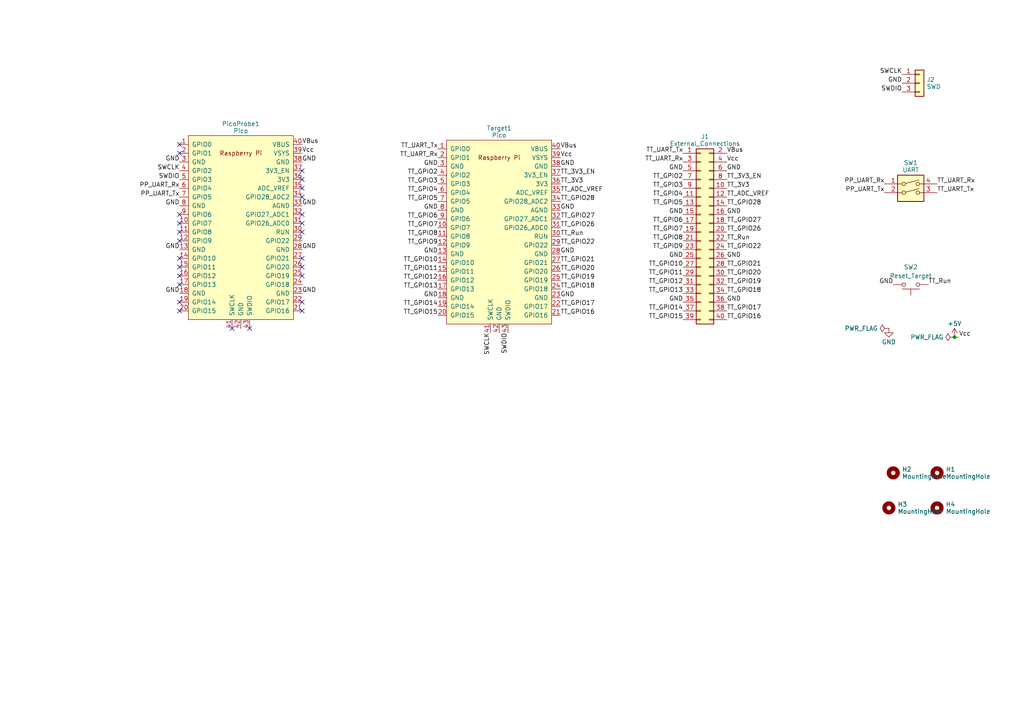
<source format=kicad_sch>
(kicad_sch (version 20230121) (generator eeschema)
  (paper "A4")
  (lib_symbols
    (symbol "Connector_Generic:Conn_01x03" (pin_names (offset 1.016) hide)
      (property "Reference" "J" (at 0 5.08 0))
      (property "Value" "Conn_01x03" (at 0 -5.08 0))
      (symbol "Conn_01x03_1_1"
        (rectangle (start -1.27 -2.413) (end 0 -2.667) (stroke (width 0.1524)))
        (rectangle (start -1.27 0.127) (end 0 -0.127) (stroke (width 0.1524)))
        (rectangle (start -1.27 2.667) (end 0 2.413) (stroke (width 0.1524)))
        (rectangle (start -1.27 3.81) (end 1.27 -3.81) (stroke (width 0.254)) (fill (type background)))
        (pin passive line (at -5.08 2.54 0) (length 3.81) (name "Pin_1") (number "1"))
        (pin passive line (at -5.08 0 0) (length 3.81) (name "Pin_2") (number "2"))
        (pin passive line (at -5.08 -2.54 0) (length 3.81) (name "Pin_3") (number "3"))
      )
    )
    (symbol "Connector_Generic:Conn_02x20_Odd_Even" (pin_names (offset 1.016) hide)
      (property "Reference" "J" (at 1.27 25.4 0))
      (property "Value" "Conn_02x20_Odd_Even" (at 1.27 -27.94 0))
      (symbol "Conn_02x20_Odd_Even_1_1"
        (rectangle (start -1.27 -25.273) (end 0 -25.527) (stroke (width 0.1524)))
        (rectangle (start -1.27 -22.733) (end 0 -22.987) (stroke (width 0.1524)))
        (rectangle (start -1.27 -20.193) (end 0 -20.447) (stroke (width 0.1524)))
        (rectangle (start -1.27 -17.653) (end 0 -17.907) (stroke (width 0.1524)))
        (rectangle (start -1.27 -15.113) (end 0 -15.367) (stroke (width 0.1524)))
        (rectangle (start -1.27 -12.573) (end 0 -12.827) (stroke (width 0.1524)))
        (rectangle (start -1.27 -10.033) (end 0 -10.287) (stroke (width 0.1524)))
        (rectangle (start -1.27 -7.493) (end 0 -7.747) (stroke (width 0.1524)))
        (rectangle (start -1.27 -4.953) (end 0 -5.207) (stroke (width 0.1524)))
        (rectangle (start -1.27 -2.413) (end 0 -2.667) (stroke (width 0.1524)))
        (rectangle (start -1.27 0.127) (end 0 -0.127) (stroke (width 0.1524)))
        (rectangle (start -1.27 2.667) (end 0 2.413) (stroke (width 0.1524)))
        (rectangle (start -1.27 5.207) (end 0 4.953) (stroke (width 0.1524)))
        (rectangle (start -1.27 7.747) (end 0 7.493) (stroke (width 0.1524)))
        (rectangle (start -1.27 10.287) (end 0 10.033) (stroke (width 0.1524)))
        (rectangle (start -1.27 12.827) (end 0 12.573) (stroke (width 0.1524)))
        (rectangle (start -1.27 15.367) (end 0 15.113) (stroke (width 0.1524)))
        (rectangle (start -1.27 17.907) (end 0 17.653) (stroke (width 0.1524)))
        (rectangle (start -1.27 20.447) (end 0 20.193) (stroke (width 0.1524)))
        (rectangle (start -1.27 22.987) (end 0 22.733) (stroke (width 0.1524)))
        (rectangle (start -1.27 24.13) (end 3.81 -26.67) (stroke (width 0.254)) (fill (type background)))
        (rectangle (start 3.81 -25.273) (end 2.54 -25.527) (stroke (width 0.1524)))
        (rectangle (start 3.81 -22.733) (end 2.54 -22.987) (stroke (width 0.1524)))
        (rectangle (start 3.81 -20.193) (end 2.54 -20.447) (stroke (width 0.1524)))
        (rectangle (start 3.81 -17.653) (end 2.54 -17.907) (stroke (width 0.1524)))
        (rectangle (start 3.81 -15.113) (end 2.54 -15.367) (stroke (width 0.1524)))
        (rectangle (start 3.81 -12.573) (end 2.54 -12.827) (stroke (width 0.1524)))
        (rectangle (start 3.81 -10.033) (end 2.54 -10.287) (stroke (width 0.1524)))
        (rectangle (start 3.81 -7.493) (end 2.54 -7.747) (stroke (width 0.1524)))
        (rectangle (start 3.81 -4.953) (end 2.54 -5.207) (stroke (width 0.1524)))
        (rectangle (start 3.81 -2.413) (end 2.54 -2.667) (stroke (width 0.1524)))
        (rectangle (start 3.81 0.127) (end 2.54 -0.127) (stroke (width 0.1524)))
        (rectangle (start 3.81 2.667) (end 2.54 2.413) (stroke (width 0.1524)))
        (rectangle (start 3.81 5.207) (end 2.54 4.953) (stroke (width 0.1524)))
        (rectangle (start 3.81 7.747) (end 2.54 7.493) (stroke (width 0.1524)))
        (rectangle (start 3.81 10.287) (end 2.54 10.033) (stroke (width 0.1524)))
        (rectangle (start 3.81 12.827) (end 2.54 12.573) (stroke (width 0.1524)))
        (rectangle (start 3.81 15.367) (end 2.54 15.113) (stroke (width 0.1524)))
        (rectangle (start 3.81 17.907) (end 2.54 17.653) (stroke (width 0.1524)))
        (rectangle (start 3.81 20.447) (end 2.54 20.193) (stroke (width 0.1524)))
        (rectangle (start 3.81 22.987) (end 2.54 22.733) (stroke (width 0.1524)))
        (pin passive line (at -5.08 22.86 0) (length 3.81) (name "Pin_1") (number "1"))
        (pin passive line (at 7.62 12.7 180) (length 3.81) (name "Pin_10") (number "10"))
        (pin passive line (at -5.08 10.16 0) (length 3.81) (name "Pin_11") (number "11"))
        (pin passive line (at 7.62 10.16 180) (length 3.81) (name "Pin_12") (number "12"))
        (pin passive line (at -5.08 7.62 0) (length 3.81) (name "Pin_13") (number "13"))
        (pin passive line (at 7.62 7.62 180) (length 3.81) (name "Pin_14") (number "14"))
        (pin passive line (at -5.08 5.08 0) (length 3.81) (name "Pin_15") (number "15"))
        (pin passive line (at 7.62 5.08 180) (length 3.81) (name "Pin_16") (number "16"))
        (pin passive line (at -5.08 2.54 0) (length 3.81) (name "Pin_17") (number "17"))
        (pin passive line (at 7.62 2.54 180) (length 3.81) (name "Pin_18") (number "18"))
        (pin passive line (at -5.08 0 0) (length 3.81) (name "Pin_19") (number "19"))
        (pin passive line (at 7.62 22.86 180) (length 3.81) (name "Pin_2") (number "2"))
        (pin passive line (at 7.62 0 180) (length 3.81) (name "Pin_20") (number "20"))
        (pin passive line (at -5.08 -2.54 0) (length 3.81) (name "Pin_21") (number "21"))
        (pin passive line (at 7.62 -2.54 180) (length 3.81) (name "Pin_22") (number "22"))
        (pin passive line (at -5.08 -5.08 0) (length 3.81) (name "Pin_23") (number "23"))
        (pin passive line (at 7.62 -5.08 180) (length 3.81) (name "Pin_24") (number "24"))
        (pin passive line (at -5.08 -7.62 0) (length 3.81) (name "Pin_25") (number "25"))
        (pin passive line (at 7.62 -7.62 180) (length 3.81) (name "Pin_26") (number "26"))
        (pin passive line (at -5.08 -10.16 0) (length 3.81) (name "Pin_27") (number "27"))
        (pin passive line (at 7.62 -10.16 180) (length 3.81) (name "Pin_28") (number "28"))
        (pin passive line (at -5.08 -12.7 0) (length 3.81) (name "Pin_29") (number "29"))
        (pin passive line (at -5.08 20.32 0) (length 3.81) (name "Pin_3") (number "3"))
        (pin passive line (at 7.62 -12.7 180) (length 3.81) (name "Pin_30") (number "30"))
        (pin passive line (at -5.08 -15.24 0) (length 3.81) (name "Pin_31") (number "31"))
        (pin passive line (at 7.62 -15.24 180) (length 3.81) (name "Pin_32") (number "32"))
        (pin passive line (at -5.08 -17.78 0) (length 3.81) (name "Pin_33") (number "33"))
        (pin passive line (at 7.62 -17.78 180) (length 3.81) (name "Pin_34") (number "34"))
        (pin passive line (at -5.08 -20.32 0) (length 3.81) (name "Pin_35") (number "35"))
        (pin passive line (at 7.62 -20.32 180) (length 3.81) (name "Pin_36") (number "36"))
        (pin passive line (at -5.08 -22.86 0) (length 3.81) (name "Pin_37") (number "37"))
        (pin passive line (at 7.62 -22.86 180) (length 3.81) (name "Pin_38") (number "38"))
        (pin passive line (at -5.08 -25.4 0) (length 3.81) (name "Pin_39") (number "39"))
        (pin passive line (at 7.62 20.32 180) (length 3.81) (name "Pin_4") (number "4"))
        (pin passive line (at 7.62 -25.4 180) (length 3.81) (name "Pin_40") (number "40"))
        (pin passive line (at -5.08 17.78 0) (length 3.81) (name "Pin_5") (number "5"))
        (pin passive line (at 7.62 17.78 180) (length 3.81) (name "Pin_6") (number "6"))
        (pin passive line (at -5.08 15.24 0) (length 3.81) (name "Pin_7") (number "7"))
        (pin passive line (at 7.62 15.24 180) (length 3.81) (name "Pin_8") (number "8"))
        (pin passive line (at -5.08 12.7 0) (length 3.81) (name "Pin_9") (number "9"))
      )
    )
    (symbol "MCU_RaspberryPi_and_Boards:Pico" (pin_names (offset 1.016))
      (property "Reference" "U" (at -13.97 27.94 0))
      (property "Value" "Pico" (at 0 19.05 0))
      (symbol "Pico_0_0"
        (text "Raspberry Pi" (at 0 21.59 0) (effects (font (size 1.27 1.27))))
      )
      (symbol "Pico_0_1"
        (rectangle (start -15.24 26.67) (end 15.24 -26.67) (fill (type background)))
      )
      (symbol "Pico_1_1"
        (pin bidirectional line (at -17.78 24.13 0) (length 2.54) (name "GPIO0") (number "1"))
        (pin bidirectional line (at -17.78 1.27 0) (length 2.54) (name "GPIO7") (number "10"))
        (pin bidirectional line (at -17.78 -1.27 0) (length 2.54) (name "GPIO8") (number "11"))
        (pin bidirectional line (at -17.78 -3.81 0) (length 2.54) (name "GPIO9") (number "12"))
        (pin power_in line (at -17.78 -6.35 0) (length 2.54) (name "GND") (number "13"))
        (pin bidirectional line (at -17.78 -8.89 0) (length 2.54) (name "GPIO10") (number "14"))
        (pin bidirectional line (at -17.78 -11.43 0) (length 2.54) (name "GPIO11") (number "15"))
        (pin bidirectional line (at -17.78 -13.97 0) (length 2.54) (name "GPIO12") (number "16"))
        (pin bidirectional line (at -17.78 -16.51 0) (length 2.54) (name "GPIO13") (number "17"))
        (pin power_in line (at -17.78 -19.05 0) (length 2.54) (name "GND") (number "18"))
        (pin bidirectional line (at -17.78 -21.59 0) (length 2.54) (name "GPIO14") (number "19"))
        (pin bidirectional line (at -17.78 21.59 0) (length 2.54) (name "GPIO1") (number "2"))
        (pin bidirectional line (at -17.78 -24.13 0) (length 2.54) (name "GPIO15") (number "20"))
        (pin bidirectional line (at 17.78 -24.13 180) (length 2.54) (name "GPIO16") (number "21"))
        (pin bidirectional line (at 17.78 -21.59 180) (length 2.54) (name "GPIO17") (number "22"))
        (pin power_in line (at 17.78 -19.05 180) (length 2.54) (name "GND") (number "23"))
        (pin bidirectional line (at 17.78 -16.51 180) (length 2.54) (name "GPIO18") (number "24"))
        (pin bidirectional line (at 17.78 -13.97 180) (length 2.54) (name "GPIO19") (number "25"))
        (pin bidirectional line (at 17.78 -11.43 180) (length 2.54) (name "GPIO20") (number "26"))
        (pin bidirectional line (at 17.78 -8.89 180) (length 2.54) (name "GPIO21") (number "27"))
        (pin power_in line (at 17.78 -6.35 180) (length 2.54) (name "GND") (number "28"))
        (pin bidirectional line (at 17.78 -3.81 180) (length 2.54) (name "GPIO22") (number "29"))
        (pin power_in line (at -17.78 19.05 0) (length 2.54) (name "GND") (number "3"))
        (pin input line (at 17.78 -1.27 180) (length 2.54) (name "RUN") (number "30"))
        (pin bidirectional line (at 17.78 1.27 180) (length 2.54) (name "GPIO26_ADC0") (number "31"))
        (pin bidirectional line (at 17.78 3.81 180) (length 2.54) (name "GPIO27_ADC1") (number "32"))
        (pin power_in line (at 17.78 6.35 180) (length 2.54) (name "AGND") (number "33"))
        (pin bidirectional line (at 17.78 8.89 180) (length 2.54) (name "GPIO28_ADC2") (number "34"))
        (pin unspecified line (at 17.78 11.43 180) (length 2.54) (name "ADC_VREF") (number "35"))
        (pin unspecified line (at 17.78 13.97 180) (length 2.54) (name "3V3") (number "36"))
        (pin input line (at 17.78 16.51 180) (length 2.54) (name "3V3_EN") (number "37"))
        (pin bidirectional line (at 17.78 19.05 180) (length 2.54) (name "GND") (number "38"))
        (pin unspecified line (at 17.78 21.59 180) (length 2.54) (name "VSYS") (number "39"))
        (pin bidirectional line (at -17.78 16.51 0) (length 2.54) (name "GPIO2") (number "4"))
        (pin unspecified line (at 17.78 24.13 180) (length 2.54) (name "VBUS") (number "40"))
        (pin input line (at -2.54 -29.21 90) (length 2.54) (name "SWCLK") (number "41"))
        (pin power_in line (at 0 -29.21 90) (length 2.54) (name "GND") (number "42"))
        (pin bidirectional line (at 2.54 -29.21 90) (length 2.54) (name "SWDIO") (number "43"))
        (pin bidirectional line (at -17.78 13.97 0) (length 2.54) (name "GPIO3") (number "5"))
        (pin bidirectional line (at -17.78 11.43 0) (length 2.54) (name "GPIO4") (number "6"))
        (pin bidirectional line (at -17.78 8.89 0) (length 2.54) (name "GPIO5") (number "7"))
        (pin power_in line (at -17.78 6.35 0) (length 2.54) (name "GND") (number "8"))
        (pin bidirectional line (at -17.78 3.81 0) (length 2.54) (name "GPIO6") (number "9"))
      )
    )
    (symbol "Mechanical:MountingHole" (pin_names (offset 1.016))
      (property "Reference" "H" (at 0 5.08 0))
      (property "Value" "MountingHole" (at 0 3.175 0))
      (symbol "MountingHole_0_1"
        (circle (center 0 0) (radius 1.27) (stroke (width 1.27)))
      )
    )
    (symbol "Switch:SW_DIP_x02" (pin_names (offset 0) hide)
      (property "Reference" "SW" (at 0 6.35 0))
      (property "Value" "SW_DIP_x02" (at 0 -3.81 0))
      (symbol "SW_DIP_x02_0_0"
        (circle (center -2.032 0) (radius 0.508))
        (circle (center -2.032 2.54) (radius 0.508))
        (polyline (pts (xy -1.524 0.127) (xy 2.3622 1.1684)))
        (polyline (pts (xy -1.524 2.667) (xy 2.3622 3.7084)))
        (circle (center 2.032 0) (radius 0.508))
        (circle (center 2.032 2.54) (radius 0.508))
      )
      (symbol "SW_DIP_x02_0_1"
        (rectangle (start -3.81 5.08) (end 3.81 -2.54) (stroke (width 0.254)) (fill (type background)))
      )
      (symbol "SW_DIP_x02_1_1"
        (pin passive line (at -7.62 2.54 0) (length 5.08) (name "~") (number "1"))
        (pin passive line (at -7.62 0 0) (length 5.08) (name "~") (number "2"))
        (pin passive line (at 7.62 0 180) (length 5.08) (name "~") (number "3"))
        (pin passive line (at 7.62 2.54 180) (length 5.08) (name "~") (number "4"))
      )
    )
    (symbol "Switch:SW_Push" (pin_numbers hide) (pin_names (offset 1.016) hide)
      (property "Reference" "SW" (at 1.27 2.54 0))
      (property "Value" "SW_Push" (at 0 -1.524 0))
      (symbol "SW_Push_0_1"
        (circle (center -2.032 0) (radius 0.508))
        (polyline (pts (xy 0 1.27) (xy 0 3.048)))
        (polyline (pts (xy 2.54 1.27) (xy -2.54 1.27)))
        (circle (center 2.032 0) (radius 0.508))
        (pin passive line (at -5.08 0 0) (length 2.54) (name "1") (number "1"))
        (pin passive line (at 5.08 0 180) (length 2.54) (name "2") (number "2"))
      )
    )
    (symbol "power:+5V" (power) (pin_names (offset 0))
      (property "Value" "+5V" (at 0 3.556 0))
      (symbol "+5V_0_1"
        (polyline (pts (xy -0.762 1.27) (xy 0 2.54)))
        (polyline (pts (xy 0 0) (xy 0 2.54)))
        (polyline (pts (xy 0 2.54) (xy 0.762 1.27)))
      )
      (symbol "+5V_1_1"
        (pin power_in line (at 0 0 90) (length 0) hide (name "+5V") (number "1"))
      )
    )
    (symbol "power:GND" (power) (pin_names (offset 0))
      (property "Value" "GND" (at 0 -3.81 0))
      (symbol "GND_0_1"
        (polyline (pts (xy 0 0) (xy 0 -1.27) (xy 1.27 -1.27) (xy 0 -2.54) (xy -1.27 -1.27) (xy 0 -1.27)))
      )
      (symbol "GND_1_1"
        (pin power_in line (at 0 0 270) (length 0) hide (name "GND") (number "1"))
      )
    )
    (symbol "power:PWR_FLAG" (power) (pin_numbers hide) (pin_names (offset 0) hide)
      (property "Value" "PWR_FLAG" (at 0 3.81 0))
      (symbol "PWR_FLAG_0_0"
        (pin power_out line (at 0 0 90) (length 0) (name "pwr") (number "1"))
      )
      (symbol "PWR_FLAG_0_1"
        (polyline (pts (xy 0 0) (xy 0 1.27) (xy -1.016 1.905) (xy 0 2.54) (xy 1.016 1.905) (xy 0 1.27)))
      )
    )
  )
  (junction (at 276.86 97.79))
  (no_connect (at 52.07 67.31))
  (no_connect (at 52.07 90.17))
  (no_connect (at 87.63 49.53))
  (no_connect (at 87.63 67.31))
  (no_connect (at 87.63 54.61))
  (no_connect (at 87.63 80.01))
  (no_connect (at 87.63 62.23))
  (no_connect (at 87.63 87.63))
  (no_connect (at 72.39 95.25))
  (no_connect (at 52.07 74.93))
  (no_connect (at 52.07 69.85))
  (no_connect (at 67.31 95.25))
  (no_connect (at 52.07 80.01))
  (no_connect (at 52.07 77.47))
  (no_connect (at 87.63 52.07))
  (no_connect (at 52.07 62.23))
  (no_connect (at 87.63 77.47))
  (no_connect (at 87.63 57.15))
  (no_connect (at 87.63 74.93))
  (no_connect (at 52.07 87.63))
  (no_connect (at 52.07 44.45))
  (no_connect (at 87.63 64.77))
  (no_connect (at 52.07 41.91))
  (no_connect (at 52.07 82.55))
  (no_connect (at 52.07 64.77))
  (no_connect (at 87.63 90.17))
  (wire (pts (xy 278.13 97.79) (xy 276.86 97.79)))
  (label "TT_GPIO3" (at 127 53.34 180))
  (label "TT_GPIO26" (at 210.82 67.31 0))
  (label "TT_UART_Rx" (at 271.78 53.34 0))
  (label "Vcc" (at 210.82 46.99 0))
  (label "TT_GPIO17" (at 162.56 88.9 0))
  (label "TT_Run" (at 210.82 69.85 0))
  (label "TT_GPIO10" (at 127 76.2 180))
  (label "TT_GPIO4" (at 127 55.88 180))
  (label "TT_GPIO14" (at 198.12 90.17 180))
  (label "TT_GPIO2" (at 198.12 52.07 180))
  (label "TT_GPIO8" (at 127 68.58 180))
  (label "GND" (at 162.56 73.66 0))
  (label "TT_GPIO7" (at 198.12 67.31 180))
  (label "TT_GPIO17" (at 210.82 90.17 0))
  (label "SWCLK" (at 261.62 21.59 180))
  (label "GND" (at 52.07 85.09 180))
  (label "TT_ADC_VREF" (at 162.56 55.88 0))
  (label "GND" (at 52.07 72.39 180))
  (label "GND" (at 198.12 49.53 180))
  (label "PP_UART_Rx" (at 256.54 53.34 180))
  (label "TT_GPIO22" (at 162.56 71.12 0))
  (label "TT_GPIO19" (at 162.56 81.28 0))
  (label "TT_GPIO12" (at 198.12 82.55 180))
  (label "VBus" (at 210.82 44.45 0))
  (label "GND" (at 198.12 87.63 180))
  (label "TT_3V3_EN" (at 210.82 52.07 0))
  (label "GND" (at 127 48.26 180))
  (label "TT_GPIO15" (at 127 91.44 180))
  (label "GND" (at 162.56 86.36 0))
  (label "SWDIO" (at 52.07 52.07 180))
  (label "GND" (at 198.12 62.23 180))
  (label "TT_GPIO18" (at 210.82 85.09 0))
  (label "TT_3V3" (at 210.82 54.61 0))
  (label "TT_GPIO5" (at 198.12 59.69 180))
  (label "TT_Run" (at 162.56 68.58 0))
  (label "TT_UART_Rx" (at 198.12 46.99 180))
  (label "TT_GPIO13" (at 127 83.82 180))
  (label "GND" (at 210.82 87.63 0))
  (label "GND" (at 52.07 46.99 180))
  (label "TT_GPIO9" (at 127 71.12 180))
  (label "TT_GPIO11" (at 127 78.74 180))
  (label "TT_GPIO14" (at 127 88.9 180))
  (label "TT_GPIO16" (at 210.82 92.71 0))
  (label "TT_GPIO21" (at 210.82 77.47 0))
  (label "TT_GPIO21" (at 162.56 76.2 0))
  (label "Vcc" (at 278.13 97.79 0))
  (label "GND" (at 162.56 60.96 0))
  (label "TT_UART_Tx" (at 271.78 55.88 0))
  (label "TT_GPIO6" (at 127 63.5 180))
  (label "TT_3V3" (at 162.56 53.34 0))
  (label "TT_GPIO15" (at 198.12 92.71 180))
  (label "TT_GPIO12" (at 127 81.28 180))
  (label "GND" (at 87.63 46.99 0))
  (label "GND" (at 259.08 82.55 180))
  (label "VBus" (at 162.56 43.18 0))
  (label "GND" (at 198.12 74.93 180))
  (label "GND" (at 87.63 72.39 0))
  (label "TT_GPIO8" (at 198.12 69.85 180))
  (label "GND" (at 127 60.96 180))
  (label "TT_UART_Rx" (at 127 45.72 180))
  (label "TT_GPIO26" (at 162.56 66.04 0))
  (label "TT_GPIO6" (at 198.12 64.77 180))
  (label "TT_GPIO9" (at 198.12 72.39 180))
  (label "TT_GPIO4" (at 198.12 57.15 180))
  (label "TT_GPIO13" (at 198.12 85.09 180))
  (label "TT_GPIO10" (at 198.12 77.47 180))
  (label "GND" (at 127 86.36 180))
  (label "TT_GPIO20" (at 210.82 80.01 0))
  (label "GND" (at 210.82 49.53 0))
  (label "TT_GPIO2" (at 127 50.8 180))
  (label "SWCLK" (at 52.07 49.53 180))
  (label "TT_GPIO7" (at 127 66.04 180))
  (label "GND" (at 87.63 59.69 0))
  (label "SWCLK" (at 142.24 96.52 270))
  (label "PP_UART_Tx" (at 256.54 55.88 180))
  (label "GND" (at 52.07 59.69 180))
  (label "TT_GPIO3" (at 198.12 54.61 180))
  (label "TT_GPIO28" (at 210.82 59.69 0))
  (label "GND" (at 210.82 62.23 0))
  (label "TT_ADC_VREF" (at 210.82 57.15 0))
  (label "SWDIO" (at 261.62 26.67 180))
  (label "Vcc" (at 162.56 45.72 0))
  (label "TT_3V3_EN" (at 162.56 50.8 0))
  (label "TT_UART_Tx" (at 127 43.18 180))
  (label "VBus" (at 87.63 41.91 0))
  (label "GND" (at 162.56 48.26 0))
  (label "TT_GPIO20" (at 162.56 78.74 0))
  (label "TT_UART_Tx" (at 198.12 44.45 180))
  (label "TT_GPIO18" (at 162.56 83.82 0))
  (label "Vcc" (at 87.63 44.45 0))
  (label "TT_GPIO11" (at 198.12 80.01 180))
  (label "TT_GPIO5" (at 127 58.42 180))
  (label "GND" (at 127 73.66 180))
  (label "TT_GPIO28" (at 162.56 58.42 0))
  (label "TT_GPIO19" (at 210.82 82.55 0))
  (label "GND" (at 87.63 85.09 0))
  (label "PP_UART_Rx" (at 52.07 54.61 180))
  (label "GND" (at 210.82 74.93 0))
  (label "PP_UART_Tx" (at 52.07 57.15 180))
  (label "TT_GPIO27" (at 210.82 64.77 0))
  (label "TT_GPIO22" (at 210.82 72.39 0))
  (label "SWDIO" (at 147.32 96.52 270))
  (label "TT_Run" (at 269.24 82.55 0))
  (label "TT_GPIO16" (at 162.56 91.44 0))
  (label "TT_GPIO27" (at 162.56 63.5 0))
  (label "GND" (at 261.62 24.13 180))
  (symbol (lib_id "Switch:SW_Push") (at 264.16 82.55 180) (unit 1)
    (property "Reference" "SW2" (at 264.16 77.47 0))
    (property "Value" "Reset_Target" (at 264.16 80.01 0))
    (property "Footprint" "ThePCSite:Alps_SKRGAFD010" (effects hide))
  )
  (symbol (lib_id "Connector_Generic:Conn_02x20_Odd_Even") (at 203.2 67.31 0) (unit 1)
    (property "Reference" "J1" (at 204.47 39.6 0))
    (property "Value" "External_Connections" (at 204.47 41.648 0))
    (property "Footprint" "Connector_PinHeader_2.54mm:PinHeader_2x20_P2.54mm_Vertical" (effects hide))
  )
  (symbol (lib_id "Mechanical:MountingHole") (at 271.78 147.32 0) (unit 1)
    (property "Reference" "H4" (at 274.32 146.296 0) (effects (justify left)))
    (property "Value" "MountingHole" (at 274.32 148.344 0) (effects (justify left)))
    (property "Footprint" "MountingHole:MountingHole_2.5mm" (effects hide))
  )
  (symbol (lib_id "MCU_RaspberryPi_and_Boards:Pico") (at 144.78 67.31 0) (unit 1)
    (property "Reference" "Target1" (at 144.78 37.187 0))
    (property "Value" "Pico" (at 144.78 39.235 0))
    (property "Footprint" "MCU_RaspberryPi_and_Boards:RPi_Pico_SMD_TH" (effects hide))
  )
  (symbol (lib_id "Connector_Generic:Conn_01x03") (at 266.7 24.13 0) (unit 1)
    (property "Reference" "J2" (at 268.732 23.106 0) (effects (justify left)))
    (property "Value" "SWD" (at 268.732 25.154 0) (effects (justify left)))
    (property "Footprint" "Connector_PinHeader_2.54mm:PinHeader_1x03_P2.54mm_Vertical" (effects hide))
  )
  (symbol (lib_id "power:PWR_FLAG") (at 276.86 97.79 90) (unit 1)
    (property "Reference" "#FLG01" (effects hide))
    (property "Value" "PWR_FLAG" (at 273.6851 97.79 90) (effects (justify left)))
  )
  (symbol (lib_id "MCU_RaspberryPi_and_Boards:Pico") (at 69.85 66.04 0) (unit 1)
    (property "Reference" "PicoProbe1" (at 69.85 35.917 0))
    (property "Value" "Pico" (at 69.85 37.965 0))
    (property "Footprint" "MCU_RaspberryPi_and_Boards:RPi_Pico_SMD_TH" (effects hide))
  )
  (symbol (lib_id "power:+5V") (at 276.86 97.79 0) (unit 1)
    (property "Reference" "#PWR01" (effects hide))
    (property "Value" "+5V" (at 276.86 93.845 0))
  )
  (symbol (lib_id "Mechanical:MountingHole") (at 257.81 147.32 0) (unit 1)
    (property "Reference" "H3" (at 260.35 146.296 0) (effects (justify left)))
    (property "Value" "MountingHole" (at 260.35 148.344 0) (effects (justify left)))
    (property "Footprint" "MountingHole:MountingHole_2.5mm" (effects hide))
  )
  (symbol (lib_id "Switch:SW_DIP_x02") (at 264.16 55.88 0) (unit 1)
    (property "Reference" "SW1" (at 264.16 47.22 0))
    (property "Value" "UART" (at 264.16 49.268 0))
    (property "Footprint" "Button_Switch_THT:SW_DIP_SPSTx02_Slide_9.78x7.26mm_W7.62mm_P2.54mm" (effects hide))
  )
  (symbol (lib_id "power:PWR_FLAG") (at 257.81 95.25 90) (unit 1)
    (property "Reference" "#FLG02" (effects hide))
    (property "Value" "PWR_FLAG" (at 254.6351 95.25 90) (effects (justify left)))
  )
  (symbol (lib_id "power:GND") (at 257.81 95.25 0) (unit 1)
    (property "Reference" "#PWR02" (effects hide))
    (property "Value" "GND" (at 257.81 99.195 0))
  )
  (symbol (lib_id "Mechanical:MountingHole") (at 259.08 137.16 0) (unit 1)
    (property "Reference" "H2" (at 261.62 136.136 0) (effects (justify left)))
    (property "Value" "MountingHole" (at 261.62 138.184 0) (effects (justify left)))
    (property "Footprint" "MountingHole:MountingHole_2.5mm" (effects hide))
  )
  (symbol (lib_id "Mechanical:MountingHole") (at 271.78 137.16 0) (unit 1)
    (property "Reference" "H1" (at 274.32 136.136 0) (effects (justify left)))
    (property "Value" "MountingHole" (at 274.32 138.184 0) (effects (justify left)))
    (property "Footprint" "MountingHole:MountingHole_2.5mm" (effects hide))
  )
)
</source>
